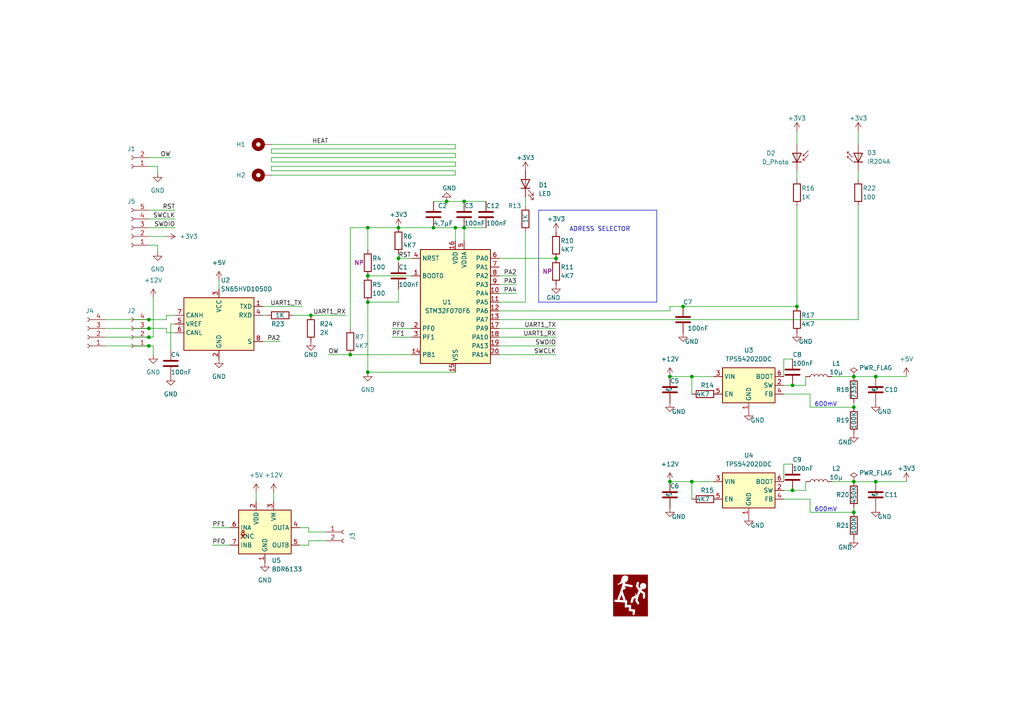
<source format=kicad_sch>
(kicad_sch (version 20230121) (generator eeschema)
  (paper "A4")
  (lib_symbols
    (symbol "Connector:Conn_01x02_Female" (pin_names (offset 1.016) hide)
      (property "Reference" "J" (at 0 2.54 0))
      (property "Value" "Conn_01x02_Female" (at 0 -5.08 0))
      (symbol "Conn_01x02_Female_1_1"
        (pin passive line (at -5.08 0 0) (length 3.81) (name "Pin_1") (number "1"))
        (pin passive line (at -5.08 -2.54 0) (length 3.81) (name "Pin_2") (number "2"))
      )
    )
    (symbol "Connector:Conn_01x04_Female" (pin_names (offset 1.016) hide)
      (property "Reference" "J" (at 0 5.08 0))
      (property "Value" "Conn_01x04_Female" (at 0 -7.62 0))
      (symbol "Conn_01x04_Female_1_1"
        (pin passive line (at -5.08 2.54 0) (length 3.81) (name "Pin_1") (number "1"))
        (pin passive line (at -5.08 0 0) (length 3.81) (name "Pin_2") (number "2"))
        (pin passive line (at -5.08 -2.54 0) (length 3.81) (name "Pin_3") (number "3"))
        (pin passive line (at -5.08 -5.08 0) (length 3.81) (name "Pin_4") (number "4"))
      )
    )
    (symbol "Connector:Conn_01x05_Female" (pin_names (offset 1.016) hide)
      (property "Reference" "J" (at 0 7.62 0))
      (property "Value" "Conn_01x05_Female" (at 0 -7.62 0))
      (symbol "Conn_01x05_Female_1_1"
        (pin passive line (at -5.08 5.08 0) (length 3.81) (name "Pin_1") (number "1"))
        (pin passive line (at -5.08 2.54 0) (length 3.81) (name "Pin_2") (number "2"))
        (pin passive line (at -5.08 0 0) (length 3.81) (name "Pin_3") (number "3"))
        (pin passive line (at -5.08 -2.54 0) (length 3.81) (name "Pin_4") (number "4"))
        (pin passive line (at -5.08 -5.08 0) (length 3.81) (name "Pin_5") (number "5"))
      )
    )
    (symbol "Device:C" (pin_numbers hide) (pin_names (offset 0.254))
      (property "Reference" "C" (at 0.635 2.54 0))
      (property "Value" "C" (at 0.635 -2.54 0))
      (symbol "C_1_1"
        (pin passive line (at 0 3.81 270) (length 2.794) (name "~") (number "1"))
        (pin passive line (at 0 -3.81 90) (length 2.794) (name "~") (number "2"))
      )
    )
    (symbol "Device:D_Photo" (pin_numbers hide) (pin_names hide)
      (property "Reference" "D" (at 0.508 1.778 0))
      (property "Value" "D_Photo" (at -1.016 -2.794 0))
      (symbol "D_Photo_1_1"
        (pin passive line (at -5.08 0 0) (length 2.54) (name "K") (number "1"))
        (pin passive line (at 2.54 0 180) (length 2.54) (name "A") (number "2"))
      )
    )
    (symbol "Device:L" (pin_numbers hide) (pin_names (offset 1.016) hide)
      (property "Reference" "L" (at -1.27 0 90))
      (property "Value" "L" (at 1.905 0 90))
      (symbol "L_1_1"
        (pin passive line (at 0 3.81 270) (length 1.27) (name "1") (number "1"))
        (pin passive line (at 0 -3.81 90) (length 1.27) (name "2") (number "2"))
      )
    )
    (symbol "Device:LED" (pin_numbers hide) (pin_names (offset 1.016) hide)
      (property "Reference" "D" (at 0 2.54 0))
      (property "Value" "LED" (at 0 -2.54 0))
      (symbol "LED_1_1"
        (pin passive line (at -3.81 0 0) (length 2.54) (name "K") (number "1"))
        (pin passive line (at 3.81 0 180) (length 2.54) (name "A") (number "2"))
      )
    )
    (symbol "Device:R" (pin_numbers hide) (pin_names (offset 0))
      (property "Reference" "R" (at 2.032 0 90))
      (property "Value" "R" (at 0 0 90))
      (symbol "R_1_1"
        (pin passive line (at 0 3.81 270) (length 1.27) (name "~") (number "1"))
        (pin passive line (at 0 -3.81 90) (length 1.27) (name "~") (number "2"))
      )
    )
    (symbol "Interface_CAN_LIN:SN65HVD1050D"
      (property "Reference" "U" (at -8.89 8.89 0))
      (property "Value" "SN65HVD1050D" (at 1.27 8.89 0))
      (symbol "SN65HVD1050D_1_1"
        (pin input line (at -12.7 5.08 0) (length 2.54) (name "TXD") (number "1"))
        (pin power_in line (at 0 -10.16 90) (length 2.54) (name "GND") (number "2"))
        (pin power_in line (at 0 10.16 270) (length 2.54) (name "VCC") (number "3"))
        (pin output line (at -12.7 2.54 0) (length 2.54) (name "RXD") (number "4"))
        (pin passive line (at 12.7 0 180) (length 2.54) (name "VREF") (number "5"))
        (pin bidirectional line (at 12.7 -2.54 180) (length 2.54) (name "CANL") (number "6"))
        (pin bidirectional line (at 12.7 2.54 180) (length 2.54) (name "CANH") (number "7"))
        (pin input line (at -12.7 -5.08 0) (length 2.54) (name "S") (number "8"))
      )
    )
    (symbol "LED:IR204A" (pin_numbers hide) (pin_names (offset 1.016) hide)
      (property "Reference" "D" (at 0.508 1.778 0))
      (property "Value" "IR204A" (at -1.016 -2.794 0))
      (symbol "IR204A_1_1"
        (pin passive line (at -5.08 0 0) (length 2.54) (name "K") (number "1"))
        (pin passive line (at 2.54 0 180) (length 2.54) (name "A") (number "2"))
      )
    )
    (symbol "LOGO_1" (pin_names (offset 1.016)))
    (symbol "MCU_ST_STM32F0:STM32F030F4Px"
      (property "Reference" "U" (at -10.16 16.51 0))
      (property "Value" "STM32F030F4Px" (at 5.08 16.51 0))
      (symbol "STM32F030F4Px_1_1"
        (pin input line (at -12.7 7.62 0) (length 2.54) (name "BOOT0") (number "1"))
        (pin bidirectional line (at 12.7 2.54 180) (length 2.54) (name "PA4") (number "10"))
        (pin bidirectional line (at 12.7 0 180) (length 2.54) (name "PA5") (number "11"))
        (pin bidirectional line (at 12.7 -2.54 180) (length 2.54) (name "PA6") (number "12"))
        (pin bidirectional line (at 12.7 -5.08 180) (length 2.54) (name "PA7") (number "13"))
        (pin bidirectional line (at -12.7 -15.24 0) (length 2.54) (name "PB1") (number "14"))
        (pin power_in line (at 0 -20.32 90) (length 2.54) (name "VSS") (number "15"))
        (pin power_in line (at 0 17.78 270) (length 2.54) (name "VDD") (number "16"))
        (pin bidirectional line (at 12.7 -7.62 180) (length 2.54) (name "PA9") (number "17"))
        (pin bidirectional line (at 12.7 -10.16 180) (length 2.54) (name "PA10") (number "18"))
        (pin bidirectional line (at 12.7 -12.7 180) (length 2.54) (name "PA13") (number "19"))
        (pin input line (at -12.7 -7.62 0) (length 2.54) (name "PF0") (number "2"))
        (pin bidirectional line (at 12.7 -15.24 180) (length 2.54) (name "PA14") (number "20"))
        (pin input line (at -12.7 -10.16 0) (length 2.54) (name "PF1") (number "3"))
        (pin input line (at -12.7 12.7 0) (length 2.54) (name "NRST") (number "4"))
        (pin power_in line (at 2.54 17.78 270) (length 2.54) (name "VDDA") (number "5"))
        (pin bidirectional line (at 12.7 12.7 180) (length 2.54) (name "PA0") (number "6"))
        (pin bidirectional line (at 12.7 10.16 180) (length 2.54) (name "PA1") (number "7"))
        (pin bidirectional line (at 12.7 7.62 180) (length 2.54) (name "PA2") (number "8"))
        (pin bidirectional line (at 12.7 5.08 180) (length 2.54) (name "PA3") (number "9"))
      )
    )
    (symbol "Mechanical:MountingHole_Pad" (pin_numbers hide) (pin_names (offset 1.016) hide)
      (property "Reference" "H" (at 0 6.35 0))
      (property "Value" "MountingHole_Pad" (at 0 4.445 0))
      (symbol "MountingHole_Pad_1_1"
        (pin input line (at 0 -2.54 90) (length 2.54) (name "1") (number "1"))
      )
    )
    (symbol "Regulator_Switching:TPS54202DDC"
      (property "Reference" "U" (at -7.62 6.35 0))
      (property "Value" "TPS54202DDC" (at 0 6.35 0))
      (symbol "TPS54202DDC_1_1"
        (pin power_in line (at 0 -7.62 90) (length 2.54) (name "GND") (number "1"))
        (pin power_out line (at 10.16 0 180) (length 2.54) (name "SW") (number "2"))
        (pin power_in line (at -10.16 2.54 0) (length 2.54) (name "VIN") (number "3"))
        (pin input line (at 10.16 -2.54 180) (length 2.54) (name "FB") (number "4"))
        (pin input line (at -10.16 -2.54 0) (length 2.54) (name "EN") (number "5"))
        (pin passive line (at 10.16 2.54 180) (length 2.54) (name "BOOT") (number "6"))
      )
    )
    (symbol "TheBrutzlers_Lib:BDR6133"
      (property "Reference" "U" (at -7.62 8.89 0))
      (property "Value" "BDR6133" (at 10.16 8.89 0))
      (symbol "BDR6133_1_0"
        (pin power_in line (at 0 -7.62 90) (length 2.54) (name "GND") (number "1"))
        (pin power_in line (at -2.54 10.16 270) (length 2.54) (name "VDD") (number "2"))
        (pin power_in line (at 2.54 10.16 270) (length 2.54) (name "VM") (number "3"))
        (pin output line (at 10.16 2.54 180) (length 2.54) (name "OUTA") (number "4"))
        (pin output line (at 10.16 -2.54 180) (length 2.54) (name "OUTB") (number "5"))
        (pin input line (at -10.16 2.54 0) (length 2.54) (name "INA") (number "6"))
        (pin input line (at -10.16 -2.54 0) (length 2.54) (name "INB") (number "7"))
        (pin no_connect non_logic (at -6.35 0 0) (length 0) (name "NC") (number "8"))
        (pin power_in line (at 0 -7.62 90) (length 2.54) hide (name "GND") (number "9"))
      )
    )
    (symbol "power:+12V" (power) (pin_names (offset 0))
      (property "Value" "+12V" (at 0 3.556 0))
      (symbol "+12V_1_1"
        (pin power_in line (at 0 0 90) (length 0) hide (name "+12V") (number "1"))
      )
    )
    (symbol "power:+3V3" (power) (pin_names (offset 0))
      (property "Value" "+3V3" (at 0 3.556 0))
      (symbol "+3V3_1_1"
        (pin power_in line (at 0 0 90) (length 0) hide (name "+3V3") (number "1"))
      )
    )
    (symbol "power:+5V" (power) (pin_names (offset 0))
      (property "Value" "+5V" (at 0 3.556 0))
      (symbol "+5V_1_1"
        (pin power_in line (at 0 0 90) (length 0) hide (name "+5V") (number "1"))
      )
    )
    (symbol "power:GND" (power) (pin_names (offset 0))
      (property "Value" "GND" (at 0 -3.81 0))
      (symbol "GND_1_1"
        (pin power_in line (at 0 0 270) (length 0) hide (name "GND") (number "1"))
      )
    )
    (symbol "power:PWR_FLAG" (power) (pin_numbers hide) (pin_names (offset 0) hide)
      (property "Value" "PWR_FLAG" (at 0 3.81 0))
      (symbol "PWR_FLAG_0_0"
        (pin power_out line (at 0 0 90) (length 0) (name "pwr") (number "1"))
      )
    )
  )
  (junction (at 254 109.22))
  (junction (at 198.12 88.9))
  (junction (at 247.65 109.22) (diameter 0.9144))
  (junction (at 43.18 95.25))
  (junction (at 43.18 92.71))
  (junction (at 231.14 88.9))
  (junction (at 43.18 97.79))
  (junction (at 247.65 139.7) (diameter 0.9144))
  (junction (at 254 139.7))
  (junction (at 247.65 148.59) (diameter 0.9144))
  (junction (at 106.68 66.04))
  (junction (at 43.18 100.33))
  (junction (at 229.87 111.76))
  (junction (at 115.57 66.04))
  (junction (at 247.65 118.11) (diameter 0.9144))
  (junction (at 200.66 109.22) (diameter 0.9144))
  (junction (at 90.17 91.44))
  (junction (at 194.31 109.22))
  (junction (at 134.62 66.04))
  (junction (at 125.73 66.04))
  (junction (at 161.29 74.93))
  (junction (at 129.54 58.42))
  (junction (at 106.68 80.01))
  (junction (at 106.68 87.63))
  (junction (at 194.31 139.7))
  (junction (at 229.87 142.24))
  (junction (at 106.68 107.95))
  (junction (at 200.66 139.7) (diameter 0.9144))
  (junction (at 115.57 74.93))
  (junction (at 101.6 102.87))
  (junction (at 132.08 66.04))
  (junction (at 134.62 58.42))
  (wire (pts (xy 227.33 134.62) (xy 229.87 134.62)))
  (wire (pts (xy 115.57 76.2) (xy 115.57 74.93)))
  (wire (pts (xy 129.54 58.42) (xy 134.62 58.42)))
  (wire (pts (xy 227.33 142.24) (xy 229.87 142.24)))
  (wire (pts (xy 227.33 134.62) (xy 227.33 139.7)))
  (wire (pts (xy 132.08 107.95) (xy 106.68 107.95)))
  (wire (pts (xy 152.4 87.63) (xy 152.4 67.31)))
  (wire (pts (xy 30.48 100.33) (xy 43.18 100.33)))
  (wire (pts (xy 106.68 72.39) (xy 106.68 66.04)))
  (wire (pts (xy 115.57 83.82) (xy 115.57 87.63)))
  (wire (pts (xy 227.33 104.14) (xy 229.87 104.14)))
  (wire (pts (xy 78.74 45.72) (xy 78.74 46.99)))
  (wire (pts (xy 43.18 68.58) (xy 48.26 68.58)))
  (wire (pts (xy 115.57 87.63) (xy 106.68 87.63)))
  (wire (pts (xy 248.92 52.07) (xy 248.92 49.53)))
  (wire (pts (xy 44.45 100.33) (xy 44.45 102.87)))
  (wire (pts (xy 132.08 45.72) (xy 78.74 45.72)))
  (wire (pts (xy 231.14 49.53) (xy 231.14 52.07)))
  (wire (pts (xy 132.08 43.18) (xy 78.74 43.18)))
  (wire (pts (xy 43.18 45.72) (xy 49.53 45.72)))
  (wire (pts (xy 85.09 91.44) (xy 90.17 91.44)))
  (wire (pts (xy 134.62 58.42) (xy 140.97 58.42)))
  (wire (pts (xy 144.78 95.25) (xy 161.29 95.25)))
  (wire (pts (xy 254 139.7) (xy 262.89 139.7)))
  (wire (pts (xy 78.74 50.8) (xy 132.08 50.8)))
  (wire (pts (xy 76.2 99.06) (xy 81.28 99.06)))
  (wire (pts (xy 227.33 114.3) (xy 234.95 114.3)))
  (wire (pts (xy 43.18 100.33) (xy 44.45 100.33)))
  (wire (pts (xy 43.18 71.12) (xy 45.72 71.12)))
  (wire (pts (xy 144.78 80.01) (xy 149.86 80.01)))
  (wire (pts (xy 241.3 109.22) (xy 247.65 109.22)))
  (wire (pts (xy 231.14 41.91) (xy 231.14 38.1)))
  (wire (pts (xy 66.675 153.035) (xy 61.595 153.035)))
  (polyline (pts (xy 156.21 60.96) (xy 190.5 60.96)))
  (wire (pts (xy 78.74 44.45) (xy 132.08 44.45)))
  (wire (pts (xy 76.2 88.9) (xy 87.63 88.9)))
  (wire (pts (xy 106.68 66.04) (xy 115.57 66.04)))
  (wire (pts (xy 86.995 153.035) (xy 89.535 153.035)))
  (wire (pts (xy 43.18 95.25) (xy 48.26 95.25)))
  (wire (pts (xy 89.535 158.115) (xy 86.995 158.115)))
  (wire (pts (xy 30.48 95.25) (xy 43.18 95.25)))
  (wire (pts (xy 198.12 88.9) (xy 194.31 88.9)))
  (wire (pts (xy 134.62 66.04) (xy 132.08 66.04)))
  (wire (pts (xy 134.62 66.04) (xy 140.97 66.04)))
  (wire (pts (xy 144.78 74.93) (xy 161.29 74.93)))
  (wire (pts (xy 50.8 93.98) (xy 49.53 93.98)))
  (wire (pts (xy 106.68 107.95) (xy 106.68 87.63)))
  (wire (pts (xy 144.78 102.87) (xy 161.29 102.87)))
  (wire (pts (xy 132.08 41.91) (xy 132.08 43.18)))
  (wire (pts (xy 43.18 92.71) (xy 48.26 92.71)))
  (wire (pts (xy 247.65 116.84) (xy 247.65 118.11)))
  (wire (pts (xy 61.595 158.115) (xy 66.675 158.115)))
  (wire (pts (xy 43.18 63.5) (xy 50.8 63.5)))
  (wire (pts (xy 233.68 142.24) (xy 233.68 139.7)))
  (polyline (pts (xy 156.21 87.63) (xy 190.5 87.63)))
  (wire (pts (xy 78.74 46.99) (xy 132.08 46.99)))
  (wire (pts (xy 119.38 80.01) (xy 106.68 80.01)))
  (wire (pts (xy 78.74 43.18) (xy 78.74 44.45)))
  (wire (pts (xy 78.74 41.91) (xy 132.08 41.91)))
  (wire (pts (xy 227.33 111.76) (xy 229.87 111.76)))
  (wire (pts (xy 152.4 57.15) (xy 152.4 59.69)))
  (wire (pts (xy 132.08 66.04) (xy 125.73 66.04)))
  (wire (pts (xy 115.57 74.93) (xy 115.57 73.66)))
  (wire (pts (xy 44.45 97.79) (xy 43.18 97.79)))
  (wire (pts (xy 125.73 66.04) (xy 115.57 66.04)))
  (wire (pts (xy 30.48 97.79) (xy 43.18 97.79)))
  (wire (pts (xy 194.31 88.9) (xy 194.31 90.17)))
  (wire (pts (xy 233.68 111.76) (xy 233.68 109.22)))
  (wire (pts (xy 48.26 92.71) (xy 48.26 91.44)))
  (wire (pts (xy 200.66 144.78) (xy 200.66 139.7)))
  (wire (pts (xy 208.28 114.3) (xy 207.01 114.3)))
  (wire (pts (xy 144.78 90.17) (xy 194.31 90.17)))
  (wire (pts (xy 229.87 111.76) (xy 233.68 111.76)))
  (wire (pts (xy 198.12 88.9) (xy 231.14 88.9)))
  (wire (pts (xy 94.615 156.845) (xy 89.535 156.845)))
  (wire (pts (xy 247.65 139.7) (xy 254 139.7)))
  (polyline (pts (xy 190.5 60.96) (xy 190.5 87.63)))
  (wire (pts (xy 227.33 144.78) (xy 234.95 144.78)))
  (wire (pts (xy 194.31 139.7) (xy 200.66 139.7)))
  (wire (pts (xy 231.14 59.69) (xy 231.14 88.9)))
  (wire (pts (xy 48.26 96.52) (xy 50.8 96.52)))
  (wire (pts (xy 227.33 104.14) (xy 227.33 109.22)))
  (wire (pts (xy 78.74 49.53) (xy 132.08 49.53)))
  (wire (pts (xy 78.74 48.26) (xy 78.74 49.53)))
  (wire (pts (xy 89.535 153.035) (xy 89.535 154.305)))
  (wire (pts (xy 44.45 86.36) (xy 44.45 97.79)))
  (wire (pts (xy 132.08 69.85) (xy 132.08 66.04)))
  (wire (pts (xy 234.95 114.3) (xy 234.95 118.11)))
  (wire (pts (xy 45.72 71.12) (xy 45.72 73.025)))
  (wire (pts (xy 229.87 142.24) (xy 233.68 142.24)))
  (wire (pts (xy 89.535 156.845) (xy 89.535 158.115)))
  (wire (pts (xy 74.295 142.875) (xy 74.295 145.415)))
  (wire (pts (xy 119.38 74.93) (xy 115.57 74.93)))
  (wire (pts (xy 79.375 142.875) (xy 79.375 145.415)))
  (wire (pts (xy 144.78 97.79) (xy 161.29 97.79)))
  (wire (pts (xy 248.92 92.71) (xy 144.78 92.71)))
  (wire (pts (xy 144.78 82.55) (xy 149.86 82.55)))
  (wire (pts (xy 48.26 95.25) (xy 48.26 96.52)))
  (wire (pts (xy 234.95 148.59) (xy 247.65 148.59)))
  (wire (pts (xy 125.73 58.42) (xy 129.54 58.42)))
  (polyline (pts (xy 156.21 87.63) (xy 156.21 60.96)))
  (wire (pts (xy 200.66 114.3) (xy 200.66 109.22)))
  (wire (pts (xy 144.78 85.09) (xy 149.86 85.09)))
  (wire (pts (xy 89.535 154.305) (xy 94.615 154.305)))
  (wire (pts (xy 95.25 102.87) (xy 101.6 102.87)))
  (wire (pts (xy 208.28 144.78) (xy 207.01 144.78)))
  (wire (pts (xy 76.2 91.44) (xy 77.47 91.44)))
  (wire (pts (xy 63.5 81.28) (xy 63.5 83.82)))
  (wire (pts (xy 234.95 118.11) (xy 247.65 118.11)))
  (wire (pts (xy 49.53 93.98) (xy 49.53 101.6)))
  (wire (pts (xy 247.65 147.32) (xy 247.65 148.59)))
  (wire (pts (xy 90.17 91.44) (xy 100.33 91.44)))
  (wire (pts (xy 43.18 48.26) (xy 45.72 48.26)))
  (wire (pts (xy 43.18 60.96) (xy 50.8 60.96)))
  (wire (pts (xy 200.66 109.22) (xy 207.01 109.22)))
  (wire (pts (xy 132.08 46.99) (xy 132.08 48.26)))
  (wire (pts (xy 132.08 49.53) (xy 132.08 50.8)))
  (wire (pts (xy 101.6 95.25) (xy 101.6 66.04)))
  (wire (pts (xy 234.95 144.78) (xy 234.95 148.59)))
  (wire (pts (xy 101.6 66.04) (xy 106.68 66.04)))
  (wire (pts (xy 101.6 102.87) (xy 119.38 102.87)))
  (wire (pts (xy 43.18 66.04) (xy 50.8 66.04)))
  (wire (pts (xy 132.08 48.26) (xy 78.74 48.26)))
  (wire (pts (xy 48.26 91.44) (xy 50.8 91.44)))
  (wire (pts (xy 241.3 139.7) (xy 247.65 139.7)))
  (wire (pts (xy 132.08 44.45) (xy 132.08 45.72)))
  (wire (pts (xy 254 109.22) (xy 262.89 109.22)))
  (wire (pts (xy 144.78 100.33) (xy 161.29 100.33)))
  (wire (pts (xy 248.92 41.91) (xy 248.92 38.1)))
  (wire (pts (xy 113.665 97.79) (xy 119.38 97.79)))
  (wire (pts (xy 134.62 69.85) (xy 134.62 66.04)))
  (wire (pts (xy 30.48 92.71) (xy 43.18 92.71)))
  (wire (pts (xy 113.665 95.25) (xy 119.38 95.25)))
  (wire (pts (xy 194.31 109.22) (xy 200.66 109.22)))
  (wire (pts (xy 144.78 87.63) (xy 152.4 87.63)))
  (wire (pts (xy 247.65 109.22) (xy 254 109.22)))
  (wire (pts (xy 200.66 139.7) (xy 207.01 139.7)))
  (wire (pts (xy 248.92 59.69) (xy 248.92 92.71)))
  (wire (pts (xy 45.72 48.26) (xy 45.72 50.165)))
  (text "ADRESS SELECTOR" (at 165.1 67.31 0) (effects (font (size 1.27 1.27)) (justify left bottom)))
  (text "600mV" (at 236.22 148.59 0) (effects (font (size 1.27 1.27)) (justify left bottom)))
  (text "600mV" (at 236.22 118.11 0) (effects (font (size 1.27 1.27)) (justify left bottom)))
  (label "UART1_TX" (at 161.29 95.25 180))
  (label "SWDIO" (at 161.29 100.33 180))
  (label "UART1_RX" (at 161.29 97.79 180))
  (label "UART1_TX" (at 87.63 88.9 180))
  (label "SWCLK" (at 50.8 63.5 180))
  (label "HEAT" (at 95.25 41.91 180))
  (label "RST" (at 50.8 60.96 180))
  (label "UART1_RX" (at 100.33 91.44 180))
  (label "RST" (at 115.57 74.93 0))
  (label "OW" (at 49.53 45.72 180))
  (label "PF1" (at 113.665 97.79 0))
  (label "SWDIO" (at 50.8 66.04 180))
  (label "PA2" (at 149.86 80.01 180))
  (label "PF0" (at 113.665 95.25 0))
  (label "PA4" (at 149.86 85.09 180))
  (label "PA2" (at 81.28 99.06 180))
  (label "SWCLK" (at 161.29 102.87 180))
  (label "PA3" (at 149.86 82.55 180))
  (label "PF1" (at 61.595 153.035 0))
  (label "OW" (at 95.25 102.87 0))
  (label "PF0" (at 61.595 158.115 0))
  (symbol (lib_id "Connector:Conn_01x02_Female") (at 99.695 154.305 0) (unit 1)
    (property "Reference" "J3" (at 102.235 155.575 90))
    (property "Value" "Conn_01x02_Female" (effects hide))
    (property "Footprint" "Connector_PinHeader_2.54mm:PinHeader_1x02_P2.54mm_Vertical" (effects hide))
  )
  (symbol (lib_id "power:+5V") (at 74.295 142.875 0) (unit 1)
    (property "Reference" "#PWR01" (effects hide))
    (property "Value" "+5V" (at 74.295 137.795 0))
  )
  (symbol (lib_id "Device:C") (at 254 143.51 0) (unit 1)
    (property "Reference" "C11" (at 256.54 143.51 0) (effects (justify left)))
    (property "Value" "4µ7" (at 252.73 143.51 0) (effects (font (size 0.6096 0.6096)) (justify left)))
    (property "Footprint" "Capacitor_SMD:C_0603_1608Metric" (effects hide))
    (property "LCSC" "C415373" (effects hide))
  )
  (symbol (lib_id "power:+3V3") (at 115.57 66.04 0) (unit 1)
    (property "Reference" "#PWR0112" (effects hide))
    (property "Value" "+3V3" (at 115.57 62.23 0))
  )
  (symbol (lib_id "Device:L") (at 237.49 109.22 90) (unit 1)
    (property "Reference" "L1" (at 242.57 105.41 90))
    (property "Value" "10µ" (at 242.57 107.95 90))
    (property "Footprint" "Inductor_SMD:L_Bourns-SRN4018" (effects hide))
    (property "LCSC" "C520273" (effects hide))
  )
  (symbol (lib_id "power:GND") (at 231.14 96.52 0) (unit 1)
    (property "Reference" "#PWR0134" (effects hide))
    (property "Value" "GND" (at 233.68 99.06 0))
  )
  (symbol (lib_id "Device:R") (at 106.68 83.82 0) (unit 1)
    (property "Reference" "R5" (at 107.95 82.55 0) (effects (justify left)))
    (property "Value" "100" (at 107.95 85.09 0) (effects (justify left)))
    (property "Footprint" "Resistor_SMD:R_0603_1608Metric" (effects hide))
  )
  (symbol (lib_id "Device:R") (at 247.65 143.51 180) (unit 1)
    (property "Reference" "R20" (at 246.38 143.51 0) (effects (justify left)))
    (property "Value" "450K" (at 247.65 140.97 90) (effects (justify left)))
    (property "Footprint" "Resistor_SMD:R_0603_1608Metric" (effects hide))
    (property "Datasheet" "RR0510P-104-D" (effects hide))
  )
  (symbol (lib_id "power:GND") (at 254 147.32 0) (unit 1)
    (property "Reference" "#PWR0121" (effects hide))
    (property "Value" "GND" (at 256.54 149.86 0))
  )
  (symbol (lib_id "Device:R") (at 152.4 63.5 0) (unit 1)
    (property "Reference" "R13" (at 147.32 59.69 0) (effects (justify left)))
    (property "Value" "1K" (at 152.4 64.77 90) (effects (justify left)))
    (property "Footprint" "Resistor_SMD:R_0603_1608Metric" (effects hide))
  )
  (symbol (lib_id "Device:R") (at 231.14 92.71 0) (unit 1)
    (property "Reference" "R17" (at 232.41 91.44 0) (effects (justify left)))
    (property "Value" "4K7" (at 232.41 93.98 0) (effects (justify left)))
    (property "Footprint" "Resistor_SMD:R_0603_1608Metric" (effects hide))
  )
  (symbol (lib_id "Device:D_Photo") (at 231.14 44.45 270) (mirror x) (unit 1)
    (property "Reference" "D2" (at 222.25 44.45 90) (effects (justify left)))
    (property "Value" "D_Photo" (at 220.98 46.99 90) (effects (justify left)))
    (property "Footprint" "LED_THT:LED_D3.0mm_IRBlack" (effects hide))
    (property "LCSC" "C2693586" (effects hide))
  )
  (symbol (lib_id "Device:C") (at 49.53 105.41 0) (unit 1)
    (property "Reference" "C4" (at 49.53 102.87 0) (effects (justify left)))
    (property "Value" "100nF" (at 49.53 107.95 0) (effects (justify left)))
    (property "Footprint" "Capacitor_SMD:C_0603_1608Metric" (effects hide))
  )
  (symbol (lib_id "Interface_CAN_LIN:SN65HVD1050D") (at 63.5 93.98 0) (mirror y) (unit 1)
    (property "Reference" "U2" (at 64.0206 81.28 0) (effects (justify right)))
    (property "Value" "SN65HVD1050D" (at 64.0206 83.82 0) (effects (justify right)))
    (property "Footprint" "Package_SO:SOIC-8_3.9x4.9mm_P1.27mm" (effects hide))
    (property "Datasheet" "http://www.ti.com/lit/ds/symlink/sn65hvd1050.pdf" (effects hide))
    (property "LCSC" "C313021" (effects hide))
  )
  (symbol (lib_id "power:GND") (at 45.72 50.165 0) (unit 1)
    (property "Reference" "#PWR0101" (effects hide))
    (property "Value" "GND" (at 45.72 55.245 0))
  )
  (symbol (lib_id "power:PWR_FLAG") (at 247.65 109.22 0) (unit 1)
    (property "Reference" "#FLG0102" (effects hide))
    (property "Value" "PWR_FLAG" (at 254 106.68 0))
  )
  (symbol (lib_id "power:GND") (at 106.68 107.95 0) (unit 1)
    (property "Reference" "#PWR0109" (effects hide))
    (property "Value" "GND" (at 106.68 113.03 0))
  )
  (symbol (lib_id "Device:C") (at 125.73 62.23 0) (unit 1)
    (property "Reference" "C2" (at 127 59.69 0) (effects (justify left)))
    (property "Value" "4,7µF" (at 125.73 64.77 0) (effects (justify left)))
    (property "Footprint" "Capacitor_SMD:C_0603_1608Metric" (effects hide))
  )
  (symbol (lib_id "power:GND") (at 44.45 102.87 0) (unit 1)
    (property "Reference" "#PWR0116" (effects hide))
    (property "Value" "GND" (at 44.45 107.95 0))
  )
  (symbol (lib_id "power:GND") (at 76.835 163.195 0) (unit 1)
    (property "Reference" "#PWR02" (effects hide))
    (property "Value" "GND" (at 76.835 168.275 0))
  )
  (symbol (lib_id "power:GND") (at 217.17 119.38 0) (unit 1)
    (property "Reference" "#PWR0129" (effects hide))
    (property "Value" "GND" (at 219.71 121.92 0))
  )
  (symbol (lib_id "Device:R") (at 231.14 55.88 0) (unit 1)
    (property "Reference" "R16" (at 232.41 54.61 0) (effects (justify left)))
    (property "Value" "1K" (at 232.41 57.15 0) (effects (justify left)))
    (property "Footprint" "Resistor_SMD:R_0603_1608Metric" (effects hide))
  )
  (symbol (lib_id "LED:IR204A") (at 248.92 44.45 90) (unit 1)
    (property "Reference" "D3" (at 251.46 44.3229 90) (effects (justify right)))
    (property "Value" "IR204A" (at 251.46 46.8629 90) (effects (justify right)))
    (property "Footprint" "LED_THT:LED_D3.0mm_IRBlack" (effects hide))
    (property "Datasheet" "http://www.everlight.com/file/ProductFile/IR204-A.pdf" (effects hide))
    (property "LCSC" "C841521" (effects hide))
  )
  (symbol (lib_id "power:+12V") (at 79.375 142.875 0) (unit 1)
    (property "Reference" "#PWR0110" (effects hide))
    (property "Value" "+12V" (at 79.375 137.795 0))
  )
  (symbol (lib_name "LOGO_1") (lib_id "bauteilschubse_10mm:LOGO") (at 182.88 172.72 0) (unit 1)
    (property "Reference" "#G1" (effects hide))
    (property "Value" "LOGO" (effects hide))
  )
  (symbol (lib_id "power:+5V") (at 262.89 109.22 0) (unit 1)
    (property "Reference" "#PWR0123" (effects hide))
    (property "Value" "+5V" (at 262.89 104.14 0))
  )
  (symbol (lib_id "Regulator_Switching:TPS54202DDC") (at 217.17 111.76 0) (unit 1)
    (property "Reference" "U3" (at 217.17 101.6 0))
    (property "Value" "TPS54202DDC" (at 217.17 104.14 0))
    (property "Footprint" "Package_TO_SOT_SMD:SOT-23-6" (effects hide))
    (property "Datasheet" "http://www.ti.com/lit/ds/symlink/tps54202.pdf" (effects hide))
    (property "LCSC" "C191884" (effects hide))
  )
  (symbol (lib_id "power:+12V") (at 44.45 86.36 0) (unit 1)
    (property "Reference" "#PWR0114" (effects hide))
    (property "Value" "+12V" (at 44.45 81.28 0))
  )
  (symbol (lib_id "Connector:Conn_01x02_Female") (at 38.1 48.26 180) (unit 1)
    (property "Reference" "J1" (at 38.1 43.18 0))
    (property "Value" "Conn_01x02_Female" (effects hide))
    (property "Footprint" "Connector_PinHeader_1.27mm:PinHeader_1x02_P1.27mm_Vertical" (effects hide))
  )
  (symbol (lib_id "power:GND") (at 194.31 147.32 0) (unit 1)
    (property "Reference" "#PWR0131" (effects hide))
    (property "Value" "GND" (at 196.85 149.86 0))
  )
  (symbol (lib_id "Device:C") (at 198.12 92.71 0) (unit 1)
    (property "Reference" "C7" (at 198.12 87.63 0) (effects (justify left)))
    (property "Value" "100nF" (at 199.39 95.25 0) (effects (justify left)))
    (property "Footprint" "Capacitor_SMD:C_0603_1608Metric" (effects hide))
  )
  (symbol (lib_id "power:+3V3") (at 231.14 38.1 0) (unit 1)
    (property "Reference" "#PWR0135" (effects hide))
    (property "Value" "+3V3" (at 231.14 34.29 0))
  )
  (symbol (lib_id "Device:C") (at 115.57 80.01 0) (unit 1)
    (property "Reference" "C1" (at 115.57 77.47 0) (effects (justify left)))
    (property "Value" "100nF" (at 115.57 82.55 0) (effects (justify left)))
    (property "Footprint" "Capacitor_SMD:C_0603_1608Metric" (effects hide))
  )
  (symbol (lib_id "power:GND") (at 63.5 104.14 0) (unit 1)
    (property "Reference" "#PWR0104" (effects hide))
    (property "Value" "GND" (at 63.5 109.22 0))
  )
  (symbol (lib_id "power:GND") (at 90.17 99.06 0) (unit 1)
    (property "Reference" "#PWR0136" (effects hide))
    (property "Value" "GND" (at 90.17 102.87 0))
  )
  (symbol (lib_id "power:GND") (at 247.65 156.21 0) (unit 1)
    (property "Reference" "#PWR0127" (effects hide))
    (property "Value" "GND" (at 245.11 158.75 0))
  )
  (symbol (lib_id "Device:L") (at 237.49 139.7 90) (unit 1)
    (property "Reference" "L2" (at 242.57 135.89 90))
    (property "Value" "10µ" (at 242.57 138.43 90))
    (property "Footprint" "Inductor_SMD:L_Bourns-SRN4018" (effects hide))
    (property "LCSC" "C520273" (effects hide))
  )
  (symbol (lib_id "Device:C") (at 229.87 107.95 0) (unit 1)
    (property "Reference" "C8" (at 229.87 102.87 0) (effects (justify left)))
    (property "Value" "100nF" (at 229.87 105.41 0) (effects (justify left)))
    (property "Footprint" "Capacitor_SMD:C_0603_1608Metric" (effects hide))
  )
  (symbol (lib_id "power:GND") (at 45.72 73.025 0) (unit 1)
    (property "Reference" "#PWR0111" (effects hide))
    (property "Value" "GND" (at 45.72 78.105 0))
  )
  (symbol (lib_id "power:PWR_FLAG") (at 247.65 139.7 0) (unit 1)
    (property "Reference" "#FLG0101" (effects hide))
    (property "Value" "PWR_FLAG" (at 254 137.16 0))
  )
  (symbol (lib_id "Device:C") (at 229.87 138.43 0) (unit 1)
    (property "Reference" "C9" (at 229.87 133.35 0) (effects (justify left)))
    (property "Value" "100nF" (at 229.87 135.89 0) (effects (justify left)))
    (property "Footprint" "Capacitor_SMD:C_0603_1608Metric" (effects hide))
  )
  (symbol (lib_id "Device:R") (at 90.17 95.25 0) (unit 1)
    (property "Reference" "R24" (at 92.71 93.9799 0) (effects (justify left)))
    (property "Value" "2K" (at 92.71 96.5199 0) (effects (justify left)))
    (property "Footprint" "Resistor_SMD:R_0603_1608Metric" (effects hide))
  )
  (symbol (lib_id "power:+3V3") (at 248.92 38.1 0) (unit 1)
    (property "Reference" "#PWR0133" (effects hide))
    (property "Value" "+3V3" (at 248.92 34.29 0))
  )
  (symbol (lib_id "power:+3V3") (at 262.89 139.7 0) (unit 1)
    (property "Reference" "#PWR0120" (effects hide))
    (property "Value" "+3V3" (at 262.89 135.89 0))
  )
  (symbol (lib_id "Device:R") (at 204.47 144.78 270) (unit 1)
    (property "Reference" "R15" (at 203.2 142.24 90) (effects (justify left)))
    (property "Value" "4K7" (at 201.93 144.78 90) (effects (justify left)))
    (property "Footprint" "Resistor_SMD:R_0603_1608Metric" (effects hide))
    (property "LCSC" "C105428" (effects hide))
  )
  (symbol (lib_id "Regulator_Switching:TPS54202DDC") (at 217.17 142.24 0) (unit 1)
    (property "Reference" "U4" (at 217.17 132.08 0))
    (property "Value" "TPS54202DDC" (at 217.17 134.62 0))
    (property "Footprint" "Package_TO_SOT_SMD:SOT-23-6" (effects hide))
    (property "Datasheet" "http://www.ti.com/lit/ds/symlink/tps54202.pdf" (effects hide))
    (property "LCSC" "C191884" (effects hide))
  )
  (symbol (lib_id "Mechanical:MountingHole_Pad") (at 76.2 50.8 90) (unit 1)
    (property "Reference" "H2" (at 69.85 50.8 90))
    (property "Value" "MountingHole_Pad" (effects hide))
    (property "Footprint" "MountingHole:MountingHole_2.2mm_M2_DIN965_Pad" (effects hide))
  )
  (symbol (lib_id "power:+3V3") (at 161.29 67.31 0) (unit 1)
    (property "Reference" "#PWR0119" (effects hide))
    (property "Value" "+3V3" (at 161.29 63.5 0))
  )
  (symbol (lib_id "Connector:Conn_01x04_Female") (at 25.4 97.79 180) (unit 1)
    (property "Reference" "J4" (at 26.035 90.17 0))
    (property "Value" "Conn_01x04_Female" (effects hide))
    (property "Footprint" "Connector_Molex:Molex_Micro-Latch_53253-0470_1x04_P2.00mm_Vertical" (effects hide))
  )
  (symbol (lib_id "power:GND") (at 194.31 116.84 0) (unit 1)
    (property "Reference" "#PWR0128" (effects hide))
    (property "Value" "GND" (at 196.85 119.38 0))
  )
  (symbol (lib_id "Device:R") (at 161.29 78.74 0) (unit 1)
    (property "Reference" "R11" (at 162.56 77.47 0) (effects (justify left)))
    (property "Value" "4K7" (at 162.56 80.01 0) (effects (justify left)))
    (property "Footprint" "Resistor_SMD:R_0603_1608Metric" (effects hide))
    (property "NP" "NP" (at 158.75 78.74 0))
  )
  (symbol (lib_id "Device:C") (at 254 113.03 0) (unit 1)
    (property "Reference" "C10" (at 256.54 113.03 0) (effects (justify left)))
    (property "Value" "4µ7" (at 252.73 113.03 0) (effects (font (size 0.6096 0.6096)) (justify left)))
    (property "Footprint" "Capacitor_SMD:C_0603_1608Metric" (effects hide))
    (property "LCSC" "C415373" (effects hide))
  )
  (symbol (lib_id "power:GND") (at 49.53 109.22 0) (unit 1)
    (property "Reference" "#PWR0106" (effects hide))
    (property "Value" "GND" (at 49.53 114.3 0))
  )
  (symbol (lib_id "Device:R") (at 247.65 121.92 180) (unit 1)
    (property "Reference" "R19" (at 246.38 121.92 0) (effects (justify left)))
    (property "Value" "100K" (at 247.65 119.38 90) (effects (justify left)))
    (property "Footprint" "Resistor_SMD:R_0603_1608Metric" (effects hide))
    (property "Datasheet" "RR0510P-104-D" (effects hide))
    (property "LCSC" "C15458" (effects hide))
  )
  (symbol (lib_id "power:+12V") (at 194.31 139.7 0) (unit 1)
    (property "Reference" "#PWR0132" (effects hide))
    (property "Value" "+12V" (at 194.31 134.62 0))
  )
  (symbol (lib_id "Device:C") (at 194.31 143.51 0) (unit 1)
    (property "Reference" "C6" (at 194.31 140.97 0) (effects (justify left)))
    (property "Value" "4µ7" (at 193.04 143.51 0) (effects (font (size 0.6096 0.6096)) (justify left)))
    (property "Footprint" "Capacitor_SMD:C_0603_1608Metric" (effects hide))
    (property "LCSC" "C415373" (effects hide))
  )
  (symbol (lib_id "Device:R") (at 106.68 76.2 0) (unit 1)
    (property "Reference" "R4" (at 107.95 74.93 0) (effects (justify left)))
    (property "Value" "100" (at 107.95 77.47 0) (effects (justify left)))
    (property "Footprint" "Resistor_SMD:R_0603_1608Metric" (effects hide))
    (property "NP" "NP" (at 104.14 76.2 0))
  )
  (symbol (lib_id "power:+3V3") (at 48.26 68.58 270) (unit 1)
    (property "Reference" "#PWR0107" (effects hide))
    (property "Value" "+3V3" (at 52.07 68.5799 90) (effects (justify left)))
  )
  (symbol (lib_id "Connector:Conn_01x04_Female") (at 38.1 97.79 180) (unit 1)
    (property "Reference" "J2" (at 38.1 90.17 0))
    (property "Value" "Conn_01x04_Female" (effects hide))
    (property "Footprint" "Connector_Molex:Molex_Micro-Latch_53253-0470_1x04_P2.00mm_Vertical" (effects hide))
  )
  (symbol (lib_id "power:+5V") (at 63.5 81.28 0) (unit 1)
    (property "Reference" "#PWR0115" (effects hide))
    (property "Value" "+5V" (at 63.5 76.2 0))
  )
  (symbol (lib_id "Device:R") (at 101.6 99.06 0) (unit 1)
    (property "Reference" "R7" (at 102.87 97.79 0) (effects (justify left)))
    (property "Value" "4K7" (at 102.87 100.33 0) (effects (justify left)))
    (property "Footprint" "Resistor_SMD:R_0603_1608Metric" (effects hide))
  )
  (symbol (lib_id "power:GND") (at 198.12 96.52 0) (unit 1)
    (property "Reference" "#PWR0126" (effects hide))
    (property "Value" "GND" (at 200.66 99.06 0))
  )
  (symbol (lib_id "power:+3V3") (at 152.4 49.53 0) (unit 1)
    (property "Reference" "#PWR0117" (effects hide))
    (property "Value" "+3V3" (at 152.4 45.72 0))
  )
  (symbol (lib_id "Device:C") (at 194.31 113.03 0) (unit 1)
    (property "Reference" "C5" (at 194.31 110.49 0) (effects (justify left)))
    (property "Value" "4µ7" (at 193.04 113.03 0) (effects (font (size 0.6096 0.6096)) (justify left)))
    (property "Footprint" "Capacitor_SMD:C_0603_1608Metric" (effects hide))
    (property "LCSC" "C415373" (effects hide))
  )
  (symbol (lib_id "power:GND") (at 254 116.84 0) (unit 1)
    (property "Reference" "#PWR0122" (effects hide))
    (property "Value" "GND" (at 256.54 119.38 0))
  )
  (symbol (lib_id "power:GND") (at 161.29 82.55 0) (unit 1)
    (property "Reference" "#PWR0118" (effects hide))
    (property "Value" "GND" (at 162.56 86.36 0) (effects (justify right)))
  )
  (symbol (lib_id "Device:R") (at 247.65 113.03 180) (unit 1)
    (property "Reference" "R18" (at 246.38 113.03 0) (effects (justify left)))
    (property "Value" "733K" (at 247.65 110.49 90) (effects (justify left)))
    (property "Footprint" "Resistor_SMD:R_0603_1608Metric" (effects hide))
    (property "Datasheet" "RR0510P-104-D" (effects hide))
    (property "LCSC" "C15458" (effects hide))
  )
  (symbol (lib_id "power:GND") (at 217.17 149.86 0) (unit 1)
    (property "Reference" "#PWR0130" (effects hide))
    (property "Value" "GND" (at 219.71 152.4 0))
  )
  (symbol (lib_id "power:GND") (at 129.54 58.42 180) (unit 1)
    (property "Reference" "#PWR0105" (effects hide))
    (property "Value" "GND" (at 128.27 54.61 0) (effects (justify right)))
  )
  (symbol (lib_id "Device:R") (at 81.28 91.44 90) (unit 1)
    (property "Reference" "R23" (at 82.55 93.98 90) (effects (justify left)))
    (property "Value" "1K" (at 82.55 91.44 90) (effects (justify left)))
    (property "Footprint" "Resistor_SMD:R_0603_1608Metric" (effects hide))
  )
  (symbol (lib_id "Device:R") (at 115.57 69.85 0) (unit 1)
    (property "Reference" "R6" (at 116.84 68.58 0) (effects (justify left)))
    (property "Value" "4K7" (at 116.84 71.12 0) (effects (justify left)))
    (property "Footprint" "Resistor_SMD:R_0603_1608Metric" (effects hide))
  )
  (symbol (lib_id "Device:LED") (at 152.4 53.34 90) (unit 1)
    (property "Reference" "D1" (at 156.21 53.6574 90) (effects (justify right)))
    (property "Value" "LED" (at 156.21 56.1974 90) (effects (justify right)))
    (property "Footprint" "LED_SMD:LED_0603_1608Metric" (effects hide))
  )
  (symbol (lib_id "Device:C") (at 140.97 62.23 0) (unit 1)
    (property "Reference" "C12" (at 140.97 59.69 0) (effects (justify left)))
    (property "Value" "100nF" (at 140.97 64.77 0) (effects (justify left)))
    (property "Footprint" "Capacitor_SMD:C_0603_1608Metric" (effects hide))
  )
  (symbol (lib_id "Connector:Conn_01x05_Female") (at 38.1 66.04 180) (unit 1)
    (property "Reference" "J5" (at 38.1 58.42 0))
    (property "Value" "Conn_01x05_Female" (effects hide))
    (property "Footprint" "Connector_PinHeader_2.54mm:PinHeader_1x05_P2.54mm_Vertical" (effects hide))
  )
  (symbol (lib_id "power:GND") (at 247.65 125.73 0) (unit 1)
    (property "Reference" "#PWR0124" (effects hide))
    (property "Value" "GND" (at 245.11 128.27 0))
  )
  (symbol (lib_id "Device:C") (at 134.62 62.23 0) (unit 1)
    (property "Reference" "C3" (at 134.62 59.69 0) (effects (justify left)))
    (property "Value" "100nF" (at 134.62 64.77 0) (effects (justify left)))
    (property "Footprint" "Capacitor_SMD:C_0603_1608Metric" (effects hide))
  )
  (symbol (lib_id "power:+12V") (at 194.31 109.22 0) (unit 1)
    (property "Reference" "#PWR0125" (effects hide))
    (property "Value" "+12V" (at 194.31 104.14 0))
  )
  (symbol (lib_id "Device:R") (at 161.29 71.12 0) (unit 1)
    (property "Reference" "R10" (at 162.56 69.85 0) (effects (justify left)))
    (property "Value" "4K7" (at 162.56 72.39 0) (effects (justify left)))
    (property "Footprint" "Resistor_SMD:R_0603_1608Metric" (effects hide))
  )
  (symbol (lib_id "Device:R") (at 204.47 114.3 270) (unit 1)
    (property "Reference" "R14" (at 203.2 111.76 90) (effects (justify left)))
    (property "Value" "4K7" (at 201.93 114.3 90) (effects (justify left)))
    (property "Footprint" "Resistor_SMD:R_0603_1608Metric" (effects hide))
    (property "LCSC" "C105428" (effects hide))
  )
  (symbol (lib_id "Device:R") (at 247.65 152.4 180) (unit 1)
    (property "Reference" "R21" (at 246.38 152.4 0) (effects (justify left)))
    (property "Value" "100K" (at 247.65 149.86 90) (effects (justify left)))
    (property "Footprint" "Resistor_SMD:R_0603_1608Metric" (effects hide))
    (property "Datasheet" "RR0510P-104-D" (effects hide))
    (property "LCSC" "C15458" (effects hide))
  )
  (symbol (lib_id "MCU_ST_STM32F0:STM32F030F4Px") (at 132.08 87.63 0) (unit 1)
    (property "Reference" "U1" (at 128.27 87.63 0) (effects (justify left)))
    (property "Value" "STM32F070F6" (at 123.19 90.17 0) (effects (justify left)))
    (property "Footprint" "Package_SO:TSSOP-20_4.4x6.5mm_P0.65mm" (effects hide))
    (property "Datasheet" "http://www.st.com/st-web-ui/static/active/en/resource/technical/document/datasheet/DM00088500.pdf" (effects hide))
  )
  (symbol (lib_id "Device:R") (at 248.92 55.88 0) (unit 1)
    (property "Reference" "R22" (at 250.19 54.61 0) (effects (justify left)))
    (property "Value" "100" (at 250.19 57.15 0) (effects (justify left)))
    (property "Footprint" "Resistor_SMD:R_0603_1608Metric" (effects hide))
  )
  (symbol (lib_id "TheBrutzlers_Lib:BDR6133") (at 76.835 155.575 0) (unit 1)
    (property "Reference" "U5" (at 78.7909 162.56 0) (effects (justify left)))
    (property "Value" "BDR6133" (at 78.7909 165.1 0) (effects (justify left)))
    (property "Footprint" "Package_SO:SOIC-8-1EP_3.9x4.9mm_P1.27mm_EP2.41x3.3mm" (effects hide))
    (property "Datasheet" "https://datasheet.lcsc.com/lcsc/2101211904_Bardeen-Micro--BDR6133_C2687793.pdf" (effects hide))
    (property "LCSC" "C2687793" (effects hide))
  )
  (symbol (lib_id "Mechanical:MountingHole_Pad") (at 76.2 41.91 90) (unit 1)
    (property "Reference" "H1" (at 69.85 41.91 90))
    (property "Value" "MountingHole_Pad" (effects hide))
    (property "Footprint" "MountingHole:MountingHole_2.2mm_M2_DIN965_Pad" (effects hide))
  )
)
</source>
